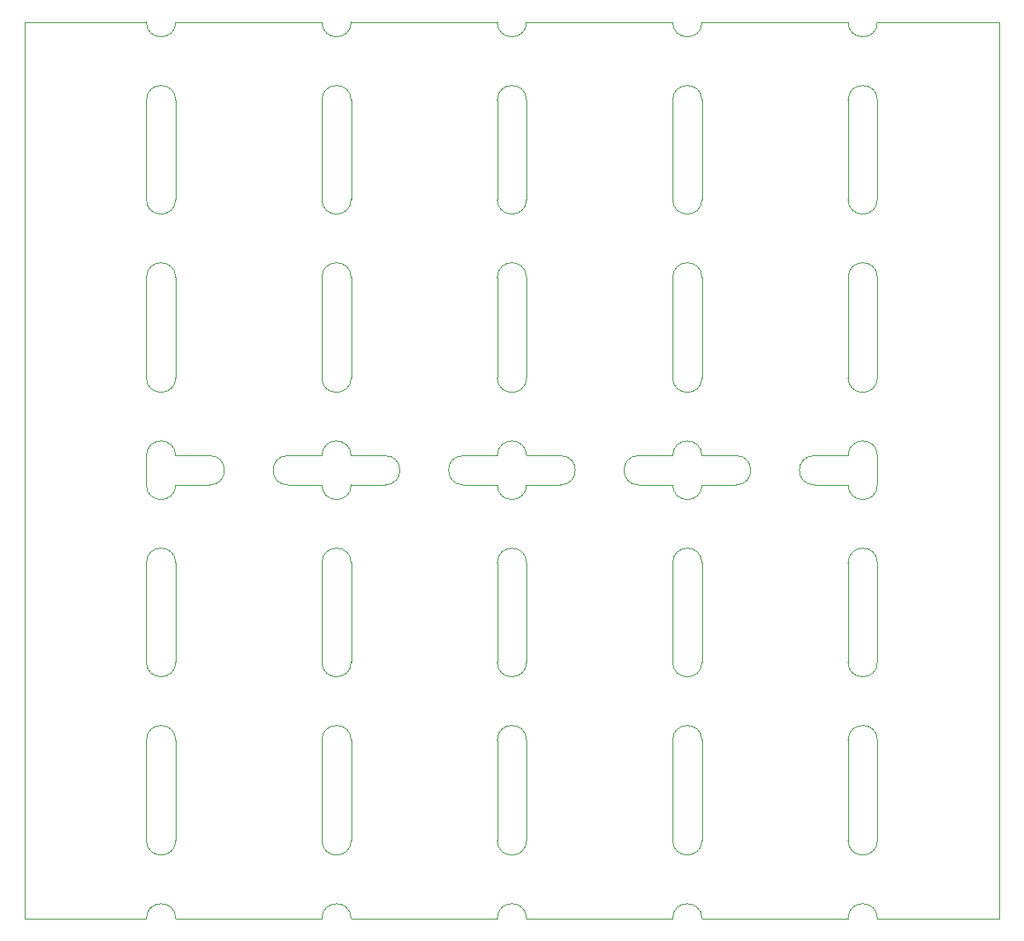
<source format=gm1>
G04 #@! TF.GenerationSoftware,KiCad,Pcbnew,(5.99.0-1907-g1c46bf195)*
G04 #@! TF.CreationDate,2020-10-23T20:38:11+00:00*
G04 #@! TF.ProjectId,USB PMOD Panelised,55534220-504d-44f4-9420-50616e656c69,rev?*
G04 #@! TF.SameCoordinates,Original*
G04 #@! TF.FileFunction,Profile,NP*
%FSLAX46Y46*%
G04 Gerber Fmt 4.6, Leading zero omitted, Abs format (unit mm)*
G04 Created by KiCad (PCBNEW (5.99.0-1907-g1c46bf195)) date 2020-10-23 20:38:11*
%MOMM*%
%LPD*%
G01*
G04 APERTURE LIST*
G04 #@! TA.AperFunction,Profile*
%ADD10C,0.050000*%
G04 #@! TD*
G04 APERTURE END LIST*
D10*
X163800000Y-130550000D02*
X176300000Y-130550000D01*
X76300000Y-130550000D02*
X88800000Y-130550000D01*
X176300000Y-38550000D02*
X163800000Y-38550000D01*
X76300000Y-38550000D02*
X88800000Y-38550000D01*
X76300000Y-130550000D02*
X76300000Y-38550000D01*
X176300000Y-38550000D02*
X176300000Y-130550000D01*
X109800000Y-94050000D02*
X109800000Y-104250000D01*
X160800000Y-94050000D02*
X160800000Y-104250000D01*
X160800000Y-64750000D02*
X160800000Y-75050000D01*
X160800000Y-56550000D02*
X160800000Y-56750000D01*
X160800000Y-46550000D02*
X160800000Y-56550000D01*
X157300000Y-83050000D02*
X160800000Y-83050000D01*
X145800000Y-83050000D02*
X149300000Y-83050000D01*
X139300000Y-83050000D02*
X142800000Y-83050000D01*
X127800000Y-83050000D02*
X131300000Y-83050000D01*
X121300000Y-83050000D02*
X124800000Y-83050000D01*
X109800000Y-83050000D02*
X113300000Y-83050000D01*
X103300000Y-83050000D02*
X106800000Y-83050000D01*
X160800000Y-112250000D02*
X160800000Y-122550000D01*
X91800000Y-112250000D02*
X91800000Y-122550000D01*
X91800000Y-94050000D02*
X91800000Y-104250000D01*
X91800000Y-83050000D02*
X95300000Y-83050000D01*
X91800000Y-64750000D02*
X91800000Y-75050000D01*
X91800000Y-46550000D02*
X91800000Y-56750000D01*
X88800000Y-83050000D02*
X88800000Y-86050000D01*
X163800000Y-83050000D02*
X163800000Y-86050000D01*
X157300000Y-86050000D02*
X160800000Y-86050000D01*
X139300000Y-86050000D02*
X142800000Y-86050000D01*
X121300000Y-86050000D02*
X124800000Y-86050000D01*
X88800000Y-112250000D02*
G75*
G02*
X91800000Y-112250000I1500000J0D01*
G01*
X142800000Y-64750000D02*
G75*
G02*
X145800000Y-64750000I1500000J0D01*
G01*
X106800000Y-64750000D02*
G75*
G02*
X109800000Y-64750000I1500000J0D01*
G01*
X163800000Y-104250000D02*
G75*
G02*
X160800000Y-104250000I-1500000J0D01*
G01*
X163800000Y-56750000D02*
G75*
G02*
X160800000Y-56750000I-1500000J0D01*
G01*
X145800000Y-56750000D02*
G75*
G02*
X142800000Y-56750000I-1500000J0D01*
G01*
X145800000Y-104250000D02*
G75*
G02*
X142800000Y-104250000I-1500000J0D01*
G01*
X127800000Y-104250000D02*
G75*
G02*
X124800000Y-104250000I-1500000J0D01*
G01*
X109800000Y-104250000D02*
G75*
G02*
X106800000Y-104250000I-1500000J0D01*
G01*
X91800000Y-104250000D02*
G75*
G02*
X88800000Y-104250000I-1500000J0D01*
G01*
X127800000Y-56750000D02*
G75*
G02*
X124800000Y-56750000I-1500000J0D01*
G01*
X109800000Y-122550000D02*
G75*
G02*
X106800000Y-122550000I-1500000J0D01*
G01*
X91800000Y-122550000D02*
G75*
G02*
X88800000Y-122550000I-1500000J0D01*
G01*
X145800000Y-75050000D02*
G75*
G02*
X142800000Y-75050000I-1500000J0D01*
G01*
X109800000Y-75050000D02*
G75*
G02*
X106800000Y-75050000I-1500000J0D01*
G01*
X88800000Y-94050000D02*
G75*
G02*
X91800000Y-94050000I1500000J0D01*
G01*
X124800000Y-46550000D02*
G75*
G02*
X127800000Y-46550000I1500000J0D01*
G01*
X106800000Y-46550000D02*
G75*
G02*
X109800000Y-46550000I1500000J0D01*
G01*
X160800000Y-130550000D02*
G75*
G02*
X163800000Y-130550000I1500000J0D01*
G01*
X160800000Y-83050000D02*
G75*
G02*
X163800000Y-83050000I1500000J0D01*
G01*
X145800000Y-86050000D02*
X149300000Y-86050000D01*
X127800000Y-86050000D02*
X131300000Y-86050000D01*
X109800000Y-86050000D02*
X113300000Y-86050000D01*
X109800000Y-86050000D02*
G75*
G02*
X106800000Y-86050000I-1500000J0D01*
G01*
X91800000Y-86050000D02*
G75*
G02*
X88800000Y-86050000I-1500000J0D01*
G01*
X142800000Y-112250000D02*
X142800000Y-122550000D01*
X124800000Y-112250000D02*
X124800000Y-122550000D01*
X106800000Y-112250000D02*
X106800000Y-122550000D01*
X88800000Y-112250000D02*
X88800000Y-122550000D01*
X142800000Y-64750000D02*
X142800000Y-75050000D01*
X124800000Y-64750000D02*
X124800000Y-75050000D01*
X106800000Y-64750000D02*
X106800000Y-75050000D01*
X163800000Y-112250000D02*
X163800000Y-122550000D01*
X145800000Y-112250000D02*
X145800000Y-122550000D01*
X127800000Y-112250000D02*
X127800000Y-122550000D01*
X109800000Y-112250000D02*
X109800000Y-122550000D01*
X163800000Y-64750000D02*
X163800000Y-75050000D01*
X145800000Y-64750000D02*
X145800000Y-75050000D01*
X127800000Y-64750000D02*
X127800000Y-75050000D01*
X160800000Y-94050000D02*
G75*
G02*
X163800000Y-94050000I1500000J0D01*
G01*
X142800000Y-94050000D02*
G75*
G02*
X145800000Y-94050000I1500000J0D01*
G01*
X124800000Y-94050000D02*
G75*
G02*
X127800000Y-94050000I1500000J0D01*
G01*
X106800000Y-94050000D02*
G75*
G02*
X109800000Y-94050000I1500000J0D01*
G01*
X160800000Y-46550000D02*
G75*
G02*
X163800000Y-46550000I1500000J0D01*
G01*
X142800000Y-46550000D02*
G75*
G02*
X145800000Y-46550000I1500000J0D01*
G01*
X163800000Y-86050000D02*
G75*
G02*
X160800000Y-86050000I-1500000J0D01*
G01*
X145800000Y-86050000D02*
G75*
G02*
X142800000Y-86050000I-1500000J0D01*
G01*
X127800000Y-86050000D02*
G75*
G02*
X124800000Y-86050000I-1500000J0D01*
G01*
X163800000Y-38550000D02*
G75*
G02*
X160800000Y-38550000I-1500000J0D01*
G01*
X145800000Y-38550000D02*
G75*
G02*
X142800000Y-38550000I-1500000J0D01*
G01*
X127800000Y-38550000D02*
G75*
G02*
X124800000Y-38550000I-1500000J0D01*
G01*
X142800000Y-94050000D02*
X142800000Y-104250000D01*
X124800000Y-94050000D02*
X124800000Y-104250000D01*
X106800000Y-94050000D02*
X106800000Y-104250000D01*
X88800000Y-94050000D02*
X88800000Y-104250000D01*
X142800000Y-46550000D02*
X142800000Y-56750000D01*
X124800000Y-46550000D02*
X124800000Y-56750000D01*
X106800000Y-46550000D02*
X106800000Y-56750000D01*
X157300000Y-86050000D02*
G75*
G02*
X157300000Y-83050000I0J1500000D01*
G01*
X139300000Y-86050000D02*
G75*
G02*
X139300000Y-83050000I0J1500000D01*
G01*
X121300000Y-86050000D02*
G75*
G02*
X121300000Y-83050000I0J1500000D01*
G01*
X149300000Y-83050000D02*
G75*
G02*
X149300000Y-86050000I0J-1500000D01*
G01*
X131300000Y-83050000D02*
G75*
G02*
X131300000Y-86050000I0J-1500000D01*
G01*
X113300000Y-83050000D02*
G75*
G02*
X113300000Y-86050000I0J-1500000D01*
G01*
X160800000Y-112250000D02*
G75*
G02*
X163800000Y-112250000I1500000J0D01*
G01*
X142800000Y-112250000D02*
G75*
G02*
X145800000Y-112250000I1500000J0D01*
G01*
X124800000Y-112250000D02*
G75*
G02*
X127800000Y-112250000I1500000J0D01*
G01*
X106800000Y-112250000D02*
G75*
G02*
X109800000Y-112250000I1500000J0D01*
G01*
X160800000Y-64750000D02*
G75*
G02*
X163800000Y-64750000I1500000J0D01*
G01*
X124800000Y-64750000D02*
G75*
G02*
X127800000Y-64750000I1500000J0D01*
G01*
X163800000Y-122550000D02*
G75*
G02*
X160800000Y-122550000I-1500000J0D01*
G01*
X145800000Y-122550000D02*
G75*
G02*
X142800000Y-122550000I-1500000J0D01*
G01*
X127800000Y-122550000D02*
G75*
G02*
X124800000Y-122550000I-1500000J0D01*
G01*
X163800000Y-75050000D02*
G75*
G02*
X160800000Y-75050000I-1500000J0D01*
G01*
X127800000Y-75050000D02*
G75*
G02*
X124800000Y-75050000I-1500000J0D01*
G01*
X163800000Y-94050000D02*
X163800000Y-104250000D01*
X145800000Y-94050000D02*
X145800000Y-104250000D01*
X127800000Y-94050000D02*
X127800000Y-104250000D01*
X163800000Y-46550000D02*
X163800000Y-56750000D01*
X145800000Y-46550000D02*
X145800000Y-56750000D01*
X127800000Y-46550000D02*
X127800000Y-56750000D01*
X142800000Y-130550000D02*
G75*
G02*
X145800000Y-130550000I1500000J0D01*
G01*
X124800000Y-130550000D02*
G75*
G02*
X127800000Y-130550000I1500000J0D01*
G01*
X106800000Y-130550000D02*
G75*
G02*
X109800000Y-130550000I1500000J0D01*
G01*
X88800000Y-130550000D02*
G75*
G02*
X91800000Y-130550000I1500000J0D01*
G01*
X142800000Y-83050000D02*
G75*
G02*
X145800000Y-83050000I1500000J0D01*
G01*
X124800000Y-83050000D02*
G75*
G02*
X127800000Y-83050000I1500000J0D01*
G01*
X145800000Y-130550000D02*
X160800000Y-130550000D01*
X127800000Y-130550000D02*
X142800000Y-130550000D01*
X109800000Y-130550000D02*
X124800000Y-130550000D01*
X91800000Y-130550000D02*
X106800000Y-130550000D01*
X160800000Y-38550000D02*
X145800000Y-38550000D01*
X142800000Y-38550000D02*
X127800000Y-38550000D01*
X124800000Y-38550000D02*
X109800000Y-38550000D01*
X88800000Y-83050000D02*
G75*
G02*
X91800000Y-83050000I1500000J0D01*
G01*
X88800000Y-46550000D02*
X88800000Y-56750000D01*
X88800000Y-64750000D02*
X88800000Y-75050000D01*
X91800000Y-38550000D02*
G75*
G02*
X88800000Y-38550000I-1500000J0D01*
G01*
X88800000Y-46550000D02*
G75*
G02*
X91800000Y-46550000I1500000J0D01*
G01*
X91800000Y-75050000D02*
G75*
G02*
X88800000Y-75050000I-1500000J0D01*
G01*
X91800000Y-56750000D02*
G75*
G02*
X88800000Y-56750000I-1500000J0D01*
G01*
X88800000Y-64750000D02*
G75*
G02*
X91800000Y-64750000I1500000J0D01*
G01*
X91800000Y-86050000D02*
X95300000Y-86050000D01*
X109800000Y-64750000D02*
X109800000Y-75050000D01*
X109800000Y-46550000D02*
X109800000Y-56750000D01*
X95300000Y-83050000D02*
G75*
G02*
X95300000Y-86050000I0J-1500000D01*
G01*
X109800000Y-56750000D02*
G75*
G02*
X106800000Y-56750000I-1500000J0D01*
G01*
X109800000Y-38550000D02*
G75*
G02*
X106800000Y-38550000I-1500000J0D01*
G01*
X106800000Y-83050000D02*
G75*
G02*
X109800000Y-83050000I1500000J0D01*
G01*
X103300000Y-86050000D02*
G75*
G02*
X103300000Y-83050000I0J1500000D01*
G01*
X103300000Y-86050000D02*
X106800000Y-86050000D01*
X106800000Y-38550000D02*
X91800000Y-38550000D01*
M02*

</source>
